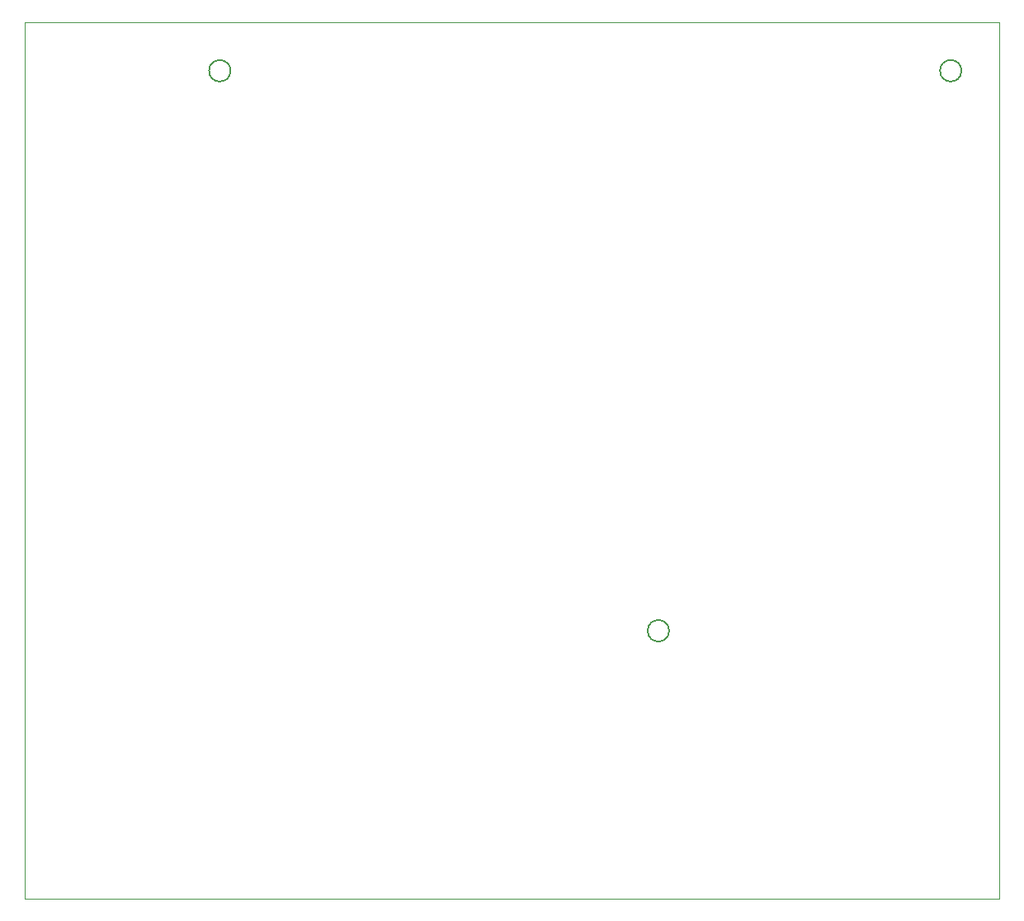
<source format=gbr>
%TF.GenerationSoftware,Altium Limited,Altium Designer,20.2.6 (244)*%
G04 Layer_Color=32896*
%FSLAX45Y45*%
%MOMM*%
%TF.SameCoordinates,65E78103-6D03-462D-AAE3-041F84C347C7*%
%TF.FilePolarity,Positive*%
%TF.FileFunction,Other,Board_ouline*%
%TF.Part,Single*%
G01*
G75*
%TA.AperFunction,NonConductor*%
%ADD90C,0.20000*%
%ADD92C,0.10000*%
D90*
X6610000Y2750000D02*
G03*
X6610000Y2750000I-110000J0D01*
G01*
X2110000Y8500000D02*
G03*
X2110000Y8500000I-110000J0D01*
G01*
X9610000D02*
G03*
X9610000Y8500000I-110000J0D01*
G01*
D92*
X0Y9000000D02*
X10000000D01*
X0Y0D02*
Y9000000D01*
Y0D02*
X10000000D01*
X10000000Y9000000D02*
X10000000Y0D01*
%TF.MD5,6220d1451dc5f9baf8de2cc73b60ca30*%
M02*

</source>
